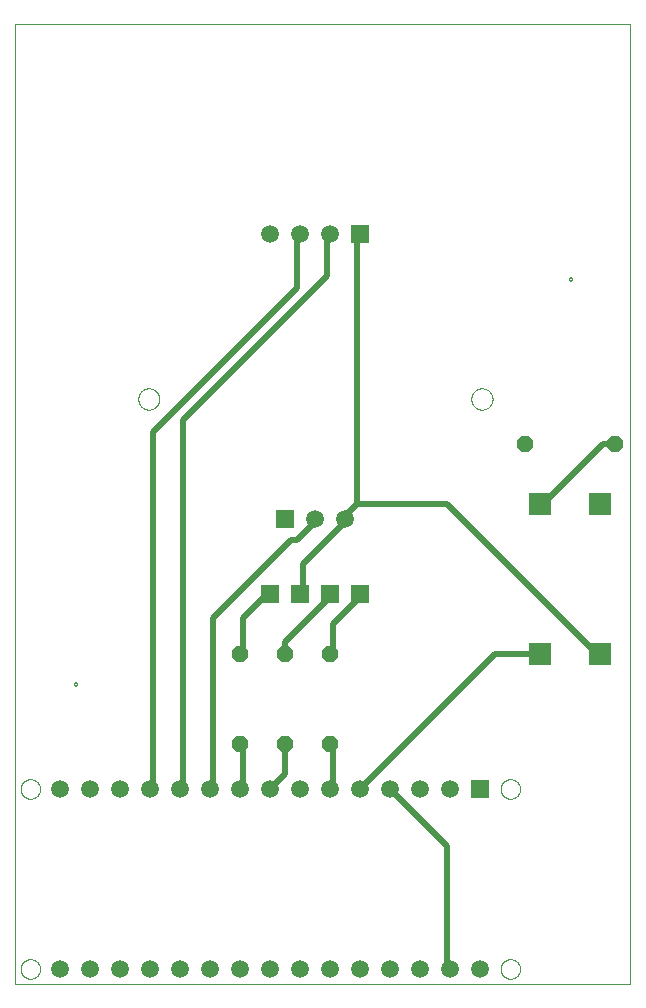
<source format=gtl>
G75*
%MOIN*%
%OFA0B0*%
%FSLAX25Y25*%
%IPPOS*%
%LPD*%
%AMOC8*
5,1,8,0,0,1.08239X$1,22.5*
%
%ADD10C,0.00000*%
%ADD11R,0.05937X0.05937*%
%ADD12C,0.05937*%
%ADD13OC8,0.05200*%
%ADD14R,0.07500X0.07500*%
%ADD15C,0.02000*%
D10*
X0037578Y0048933D02*
X0242578Y0048933D01*
X0242578Y0368933D01*
X0037617Y0368933D01*
X0037578Y0368894D02*
X0037578Y0048933D01*
X0039328Y0053933D02*
X0039330Y0054046D01*
X0039336Y0054160D01*
X0039346Y0054273D01*
X0039360Y0054385D01*
X0039377Y0054497D01*
X0039399Y0054609D01*
X0039425Y0054719D01*
X0039454Y0054829D01*
X0039487Y0054937D01*
X0039524Y0055045D01*
X0039565Y0055150D01*
X0039609Y0055255D01*
X0039657Y0055358D01*
X0039708Y0055459D01*
X0039763Y0055558D01*
X0039822Y0055655D01*
X0039884Y0055750D01*
X0039949Y0055843D01*
X0040017Y0055934D01*
X0040088Y0056022D01*
X0040163Y0056108D01*
X0040240Y0056191D01*
X0040320Y0056271D01*
X0040403Y0056348D01*
X0040489Y0056423D01*
X0040577Y0056494D01*
X0040668Y0056562D01*
X0040761Y0056627D01*
X0040856Y0056689D01*
X0040953Y0056748D01*
X0041052Y0056803D01*
X0041153Y0056854D01*
X0041256Y0056902D01*
X0041361Y0056946D01*
X0041466Y0056987D01*
X0041574Y0057024D01*
X0041682Y0057057D01*
X0041792Y0057086D01*
X0041902Y0057112D01*
X0042014Y0057134D01*
X0042126Y0057151D01*
X0042238Y0057165D01*
X0042351Y0057175D01*
X0042465Y0057181D01*
X0042578Y0057183D01*
X0042691Y0057181D01*
X0042805Y0057175D01*
X0042918Y0057165D01*
X0043030Y0057151D01*
X0043142Y0057134D01*
X0043254Y0057112D01*
X0043364Y0057086D01*
X0043474Y0057057D01*
X0043582Y0057024D01*
X0043690Y0056987D01*
X0043795Y0056946D01*
X0043900Y0056902D01*
X0044003Y0056854D01*
X0044104Y0056803D01*
X0044203Y0056748D01*
X0044300Y0056689D01*
X0044395Y0056627D01*
X0044488Y0056562D01*
X0044579Y0056494D01*
X0044667Y0056423D01*
X0044753Y0056348D01*
X0044836Y0056271D01*
X0044916Y0056191D01*
X0044993Y0056108D01*
X0045068Y0056022D01*
X0045139Y0055934D01*
X0045207Y0055843D01*
X0045272Y0055750D01*
X0045334Y0055655D01*
X0045393Y0055558D01*
X0045448Y0055459D01*
X0045499Y0055358D01*
X0045547Y0055255D01*
X0045591Y0055150D01*
X0045632Y0055045D01*
X0045669Y0054937D01*
X0045702Y0054829D01*
X0045731Y0054719D01*
X0045757Y0054609D01*
X0045779Y0054497D01*
X0045796Y0054385D01*
X0045810Y0054273D01*
X0045820Y0054160D01*
X0045826Y0054046D01*
X0045828Y0053933D01*
X0045826Y0053820D01*
X0045820Y0053706D01*
X0045810Y0053593D01*
X0045796Y0053481D01*
X0045779Y0053369D01*
X0045757Y0053257D01*
X0045731Y0053147D01*
X0045702Y0053037D01*
X0045669Y0052929D01*
X0045632Y0052821D01*
X0045591Y0052716D01*
X0045547Y0052611D01*
X0045499Y0052508D01*
X0045448Y0052407D01*
X0045393Y0052308D01*
X0045334Y0052211D01*
X0045272Y0052116D01*
X0045207Y0052023D01*
X0045139Y0051932D01*
X0045068Y0051844D01*
X0044993Y0051758D01*
X0044916Y0051675D01*
X0044836Y0051595D01*
X0044753Y0051518D01*
X0044667Y0051443D01*
X0044579Y0051372D01*
X0044488Y0051304D01*
X0044395Y0051239D01*
X0044300Y0051177D01*
X0044203Y0051118D01*
X0044104Y0051063D01*
X0044003Y0051012D01*
X0043900Y0050964D01*
X0043795Y0050920D01*
X0043690Y0050879D01*
X0043582Y0050842D01*
X0043474Y0050809D01*
X0043364Y0050780D01*
X0043254Y0050754D01*
X0043142Y0050732D01*
X0043030Y0050715D01*
X0042918Y0050701D01*
X0042805Y0050691D01*
X0042691Y0050685D01*
X0042578Y0050683D01*
X0042465Y0050685D01*
X0042351Y0050691D01*
X0042238Y0050701D01*
X0042126Y0050715D01*
X0042014Y0050732D01*
X0041902Y0050754D01*
X0041792Y0050780D01*
X0041682Y0050809D01*
X0041574Y0050842D01*
X0041466Y0050879D01*
X0041361Y0050920D01*
X0041256Y0050964D01*
X0041153Y0051012D01*
X0041052Y0051063D01*
X0040953Y0051118D01*
X0040856Y0051177D01*
X0040761Y0051239D01*
X0040668Y0051304D01*
X0040577Y0051372D01*
X0040489Y0051443D01*
X0040403Y0051518D01*
X0040320Y0051595D01*
X0040240Y0051675D01*
X0040163Y0051758D01*
X0040088Y0051844D01*
X0040017Y0051932D01*
X0039949Y0052023D01*
X0039884Y0052116D01*
X0039822Y0052211D01*
X0039763Y0052308D01*
X0039708Y0052407D01*
X0039657Y0052508D01*
X0039609Y0052611D01*
X0039565Y0052716D01*
X0039524Y0052821D01*
X0039487Y0052929D01*
X0039454Y0053037D01*
X0039425Y0053147D01*
X0039399Y0053257D01*
X0039377Y0053369D01*
X0039360Y0053481D01*
X0039346Y0053593D01*
X0039336Y0053706D01*
X0039330Y0053820D01*
X0039328Y0053933D01*
X0039328Y0113933D02*
X0039330Y0114046D01*
X0039336Y0114160D01*
X0039346Y0114273D01*
X0039360Y0114385D01*
X0039377Y0114497D01*
X0039399Y0114609D01*
X0039425Y0114719D01*
X0039454Y0114829D01*
X0039487Y0114937D01*
X0039524Y0115045D01*
X0039565Y0115150D01*
X0039609Y0115255D01*
X0039657Y0115358D01*
X0039708Y0115459D01*
X0039763Y0115558D01*
X0039822Y0115655D01*
X0039884Y0115750D01*
X0039949Y0115843D01*
X0040017Y0115934D01*
X0040088Y0116022D01*
X0040163Y0116108D01*
X0040240Y0116191D01*
X0040320Y0116271D01*
X0040403Y0116348D01*
X0040489Y0116423D01*
X0040577Y0116494D01*
X0040668Y0116562D01*
X0040761Y0116627D01*
X0040856Y0116689D01*
X0040953Y0116748D01*
X0041052Y0116803D01*
X0041153Y0116854D01*
X0041256Y0116902D01*
X0041361Y0116946D01*
X0041466Y0116987D01*
X0041574Y0117024D01*
X0041682Y0117057D01*
X0041792Y0117086D01*
X0041902Y0117112D01*
X0042014Y0117134D01*
X0042126Y0117151D01*
X0042238Y0117165D01*
X0042351Y0117175D01*
X0042465Y0117181D01*
X0042578Y0117183D01*
X0042691Y0117181D01*
X0042805Y0117175D01*
X0042918Y0117165D01*
X0043030Y0117151D01*
X0043142Y0117134D01*
X0043254Y0117112D01*
X0043364Y0117086D01*
X0043474Y0117057D01*
X0043582Y0117024D01*
X0043690Y0116987D01*
X0043795Y0116946D01*
X0043900Y0116902D01*
X0044003Y0116854D01*
X0044104Y0116803D01*
X0044203Y0116748D01*
X0044300Y0116689D01*
X0044395Y0116627D01*
X0044488Y0116562D01*
X0044579Y0116494D01*
X0044667Y0116423D01*
X0044753Y0116348D01*
X0044836Y0116271D01*
X0044916Y0116191D01*
X0044993Y0116108D01*
X0045068Y0116022D01*
X0045139Y0115934D01*
X0045207Y0115843D01*
X0045272Y0115750D01*
X0045334Y0115655D01*
X0045393Y0115558D01*
X0045448Y0115459D01*
X0045499Y0115358D01*
X0045547Y0115255D01*
X0045591Y0115150D01*
X0045632Y0115045D01*
X0045669Y0114937D01*
X0045702Y0114829D01*
X0045731Y0114719D01*
X0045757Y0114609D01*
X0045779Y0114497D01*
X0045796Y0114385D01*
X0045810Y0114273D01*
X0045820Y0114160D01*
X0045826Y0114046D01*
X0045828Y0113933D01*
X0045826Y0113820D01*
X0045820Y0113706D01*
X0045810Y0113593D01*
X0045796Y0113481D01*
X0045779Y0113369D01*
X0045757Y0113257D01*
X0045731Y0113147D01*
X0045702Y0113037D01*
X0045669Y0112929D01*
X0045632Y0112821D01*
X0045591Y0112716D01*
X0045547Y0112611D01*
X0045499Y0112508D01*
X0045448Y0112407D01*
X0045393Y0112308D01*
X0045334Y0112211D01*
X0045272Y0112116D01*
X0045207Y0112023D01*
X0045139Y0111932D01*
X0045068Y0111844D01*
X0044993Y0111758D01*
X0044916Y0111675D01*
X0044836Y0111595D01*
X0044753Y0111518D01*
X0044667Y0111443D01*
X0044579Y0111372D01*
X0044488Y0111304D01*
X0044395Y0111239D01*
X0044300Y0111177D01*
X0044203Y0111118D01*
X0044104Y0111063D01*
X0044003Y0111012D01*
X0043900Y0110964D01*
X0043795Y0110920D01*
X0043690Y0110879D01*
X0043582Y0110842D01*
X0043474Y0110809D01*
X0043364Y0110780D01*
X0043254Y0110754D01*
X0043142Y0110732D01*
X0043030Y0110715D01*
X0042918Y0110701D01*
X0042805Y0110691D01*
X0042691Y0110685D01*
X0042578Y0110683D01*
X0042465Y0110685D01*
X0042351Y0110691D01*
X0042238Y0110701D01*
X0042126Y0110715D01*
X0042014Y0110732D01*
X0041902Y0110754D01*
X0041792Y0110780D01*
X0041682Y0110809D01*
X0041574Y0110842D01*
X0041466Y0110879D01*
X0041361Y0110920D01*
X0041256Y0110964D01*
X0041153Y0111012D01*
X0041052Y0111063D01*
X0040953Y0111118D01*
X0040856Y0111177D01*
X0040761Y0111239D01*
X0040668Y0111304D01*
X0040577Y0111372D01*
X0040489Y0111443D01*
X0040403Y0111518D01*
X0040320Y0111595D01*
X0040240Y0111675D01*
X0040163Y0111758D01*
X0040088Y0111844D01*
X0040017Y0111932D01*
X0039949Y0112023D01*
X0039884Y0112116D01*
X0039822Y0112211D01*
X0039763Y0112308D01*
X0039708Y0112407D01*
X0039657Y0112508D01*
X0039609Y0112611D01*
X0039565Y0112716D01*
X0039524Y0112821D01*
X0039487Y0112929D01*
X0039454Y0113037D01*
X0039425Y0113147D01*
X0039399Y0113257D01*
X0039377Y0113369D01*
X0039360Y0113481D01*
X0039346Y0113593D01*
X0039336Y0113706D01*
X0039330Y0113820D01*
X0039328Y0113933D01*
X0057028Y0148933D02*
X0057030Y0148980D01*
X0057036Y0149026D01*
X0057046Y0149072D01*
X0057059Y0149116D01*
X0057077Y0149160D01*
X0057098Y0149201D01*
X0057122Y0149241D01*
X0057150Y0149279D01*
X0057181Y0149314D01*
X0057215Y0149346D01*
X0057251Y0149375D01*
X0057290Y0149401D01*
X0057330Y0149424D01*
X0057373Y0149443D01*
X0057417Y0149459D01*
X0057462Y0149471D01*
X0057508Y0149479D01*
X0057555Y0149483D01*
X0057601Y0149483D01*
X0057648Y0149479D01*
X0057694Y0149471D01*
X0057739Y0149459D01*
X0057783Y0149443D01*
X0057826Y0149424D01*
X0057866Y0149401D01*
X0057905Y0149375D01*
X0057941Y0149346D01*
X0057975Y0149314D01*
X0058006Y0149279D01*
X0058034Y0149241D01*
X0058058Y0149201D01*
X0058079Y0149160D01*
X0058097Y0149116D01*
X0058110Y0149072D01*
X0058120Y0149026D01*
X0058126Y0148980D01*
X0058128Y0148933D01*
X0058126Y0148886D01*
X0058120Y0148840D01*
X0058110Y0148794D01*
X0058097Y0148750D01*
X0058079Y0148706D01*
X0058058Y0148665D01*
X0058034Y0148625D01*
X0058006Y0148587D01*
X0057975Y0148552D01*
X0057941Y0148520D01*
X0057905Y0148491D01*
X0057866Y0148465D01*
X0057826Y0148442D01*
X0057783Y0148423D01*
X0057739Y0148407D01*
X0057694Y0148395D01*
X0057648Y0148387D01*
X0057601Y0148383D01*
X0057555Y0148383D01*
X0057508Y0148387D01*
X0057462Y0148395D01*
X0057417Y0148407D01*
X0057373Y0148423D01*
X0057330Y0148442D01*
X0057290Y0148465D01*
X0057251Y0148491D01*
X0057215Y0148520D01*
X0057181Y0148552D01*
X0057150Y0148587D01*
X0057122Y0148625D01*
X0057098Y0148665D01*
X0057077Y0148706D01*
X0057059Y0148750D01*
X0057046Y0148794D01*
X0057036Y0148840D01*
X0057030Y0148886D01*
X0057028Y0148933D01*
X0078523Y0243933D02*
X0078525Y0244051D01*
X0078531Y0244170D01*
X0078541Y0244288D01*
X0078555Y0244405D01*
X0078572Y0244522D01*
X0078594Y0244639D01*
X0078620Y0244754D01*
X0078649Y0244869D01*
X0078682Y0244983D01*
X0078719Y0245095D01*
X0078760Y0245206D01*
X0078804Y0245316D01*
X0078852Y0245424D01*
X0078904Y0245531D01*
X0078959Y0245636D01*
X0079018Y0245739D01*
X0079080Y0245839D01*
X0079145Y0245938D01*
X0079214Y0246035D01*
X0079285Y0246129D01*
X0079360Y0246220D01*
X0079438Y0246310D01*
X0079519Y0246396D01*
X0079603Y0246480D01*
X0079689Y0246561D01*
X0079779Y0246639D01*
X0079870Y0246714D01*
X0079964Y0246785D01*
X0080061Y0246854D01*
X0080160Y0246919D01*
X0080260Y0246981D01*
X0080363Y0247040D01*
X0080468Y0247095D01*
X0080575Y0247147D01*
X0080683Y0247195D01*
X0080793Y0247239D01*
X0080904Y0247280D01*
X0081016Y0247317D01*
X0081130Y0247350D01*
X0081245Y0247379D01*
X0081360Y0247405D01*
X0081477Y0247427D01*
X0081594Y0247444D01*
X0081711Y0247458D01*
X0081829Y0247468D01*
X0081948Y0247474D01*
X0082066Y0247476D01*
X0082184Y0247474D01*
X0082303Y0247468D01*
X0082421Y0247458D01*
X0082538Y0247444D01*
X0082655Y0247427D01*
X0082772Y0247405D01*
X0082887Y0247379D01*
X0083002Y0247350D01*
X0083116Y0247317D01*
X0083228Y0247280D01*
X0083339Y0247239D01*
X0083449Y0247195D01*
X0083557Y0247147D01*
X0083664Y0247095D01*
X0083769Y0247040D01*
X0083872Y0246981D01*
X0083972Y0246919D01*
X0084071Y0246854D01*
X0084168Y0246785D01*
X0084262Y0246714D01*
X0084353Y0246639D01*
X0084443Y0246561D01*
X0084529Y0246480D01*
X0084613Y0246396D01*
X0084694Y0246310D01*
X0084772Y0246220D01*
X0084847Y0246129D01*
X0084918Y0246035D01*
X0084987Y0245938D01*
X0085052Y0245839D01*
X0085114Y0245739D01*
X0085173Y0245636D01*
X0085228Y0245531D01*
X0085280Y0245424D01*
X0085328Y0245316D01*
X0085372Y0245206D01*
X0085413Y0245095D01*
X0085450Y0244983D01*
X0085483Y0244869D01*
X0085512Y0244754D01*
X0085538Y0244639D01*
X0085560Y0244522D01*
X0085577Y0244405D01*
X0085591Y0244288D01*
X0085601Y0244170D01*
X0085607Y0244051D01*
X0085609Y0243933D01*
X0085607Y0243815D01*
X0085601Y0243696D01*
X0085591Y0243578D01*
X0085577Y0243461D01*
X0085560Y0243344D01*
X0085538Y0243227D01*
X0085512Y0243112D01*
X0085483Y0242997D01*
X0085450Y0242883D01*
X0085413Y0242771D01*
X0085372Y0242660D01*
X0085328Y0242550D01*
X0085280Y0242442D01*
X0085228Y0242335D01*
X0085173Y0242230D01*
X0085114Y0242127D01*
X0085052Y0242027D01*
X0084987Y0241928D01*
X0084918Y0241831D01*
X0084847Y0241737D01*
X0084772Y0241646D01*
X0084694Y0241556D01*
X0084613Y0241470D01*
X0084529Y0241386D01*
X0084443Y0241305D01*
X0084353Y0241227D01*
X0084262Y0241152D01*
X0084168Y0241081D01*
X0084071Y0241012D01*
X0083972Y0240947D01*
X0083872Y0240885D01*
X0083769Y0240826D01*
X0083664Y0240771D01*
X0083557Y0240719D01*
X0083449Y0240671D01*
X0083339Y0240627D01*
X0083228Y0240586D01*
X0083116Y0240549D01*
X0083002Y0240516D01*
X0082887Y0240487D01*
X0082772Y0240461D01*
X0082655Y0240439D01*
X0082538Y0240422D01*
X0082421Y0240408D01*
X0082303Y0240398D01*
X0082184Y0240392D01*
X0082066Y0240390D01*
X0081948Y0240392D01*
X0081829Y0240398D01*
X0081711Y0240408D01*
X0081594Y0240422D01*
X0081477Y0240439D01*
X0081360Y0240461D01*
X0081245Y0240487D01*
X0081130Y0240516D01*
X0081016Y0240549D01*
X0080904Y0240586D01*
X0080793Y0240627D01*
X0080683Y0240671D01*
X0080575Y0240719D01*
X0080468Y0240771D01*
X0080363Y0240826D01*
X0080260Y0240885D01*
X0080160Y0240947D01*
X0080061Y0241012D01*
X0079964Y0241081D01*
X0079870Y0241152D01*
X0079779Y0241227D01*
X0079689Y0241305D01*
X0079603Y0241386D01*
X0079519Y0241470D01*
X0079438Y0241556D01*
X0079360Y0241646D01*
X0079285Y0241737D01*
X0079214Y0241831D01*
X0079145Y0241928D01*
X0079080Y0242027D01*
X0079018Y0242127D01*
X0078959Y0242230D01*
X0078904Y0242335D01*
X0078852Y0242442D01*
X0078804Y0242550D01*
X0078760Y0242660D01*
X0078719Y0242771D01*
X0078682Y0242883D01*
X0078649Y0242997D01*
X0078620Y0243112D01*
X0078594Y0243227D01*
X0078572Y0243344D01*
X0078555Y0243461D01*
X0078541Y0243578D01*
X0078531Y0243696D01*
X0078525Y0243815D01*
X0078523Y0243933D01*
X0189546Y0243933D02*
X0189548Y0244051D01*
X0189554Y0244170D01*
X0189564Y0244288D01*
X0189578Y0244405D01*
X0189595Y0244522D01*
X0189617Y0244639D01*
X0189643Y0244754D01*
X0189672Y0244869D01*
X0189705Y0244983D01*
X0189742Y0245095D01*
X0189783Y0245206D01*
X0189827Y0245316D01*
X0189875Y0245424D01*
X0189927Y0245531D01*
X0189982Y0245636D01*
X0190041Y0245739D01*
X0190103Y0245839D01*
X0190168Y0245938D01*
X0190237Y0246035D01*
X0190308Y0246129D01*
X0190383Y0246220D01*
X0190461Y0246310D01*
X0190542Y0246396D01*
X0190626Y0246480D01*
X0190712Y0246561D01*
X0190802Y0246639D01*
X0190893Y0246714D01*
X0190987Y0246785D01*
X0191084Y0246854D01*
X0191183Y0246919D01*
X0191283Y0246981D01*
X0191386Y0247040D01*
X0191491Y0247095D01*
X0191598Y0247147D01*
X0191706Y0247195D01*
X0191816Y0247239D01*
X0191927Y0247280D01*
X0192039Y0247317D01*
X0192153Y0247350D01*
X0192268Y0247379D01*
X0192383Y0247405D01*
X0192500Y0247427D01*
X0192617Y0247444D01*
X0192734Y0247458D01*
X0192852Y0247468D01*
X0192971Y0247474D01*
X0193089Y0247476D01*
X0193207Y0247474D01*
X0193326Y0247468D01*
X0193444Y0247458D01*
X0193561Y0247444D01*
X0193678Y0247427D01*
X0193795Y0247405D01*
X0193910Y0247379D01*
X0194025Y0247350D01*
X0194139Y0247317D01*
X0194251Y0247280D01*
X0194362Y0247239D01*
X0194472Y0247195D01*
X0194580Y0247147D01*
X0194687Y0247095D01*
X0194792Y0247040D01*
X0194895Y0246981D01*
X0194995Y0246919D01*
X0195094Y0246854D01*
X0195191Y0246785D01*
X0195285Y0246714D01*
X0195376Y0246639D01*
X0195466Y0246561D01*
X0195552Y0246480D01*
X0195636Y0246396D01*
X0195717Y0246310D01*
X0195795Y0246220D01*
X0195870Y0246129D01*
X0195941Y0246035D01*
X0196010Y0245938D01*
X0196075Y0245839D01*
X0196137Y0245739D01*
X0196196Y0245636D01*
X0196251Y0245531D01*
X0196303Y0245424D01*
X0196351Y0245316D01*
X0196395Y0245206D01*
X0196436Y0245095D01*
X0196473Y0244983D01*
X0196506Y0244869D01*
X0196535Y0244754D01*
X0196561Y0244639D01*
X0196583Y0244522D01*
X0196600Y0244405D01*
X0196614Y0244288D01*
X0196624Y0244170D01*
X0196630Y0244051D01*
X0196632Y0243933D01*
X0196630Y0243815D01*
X0196624Y0243696D01*
X0196614Y0243578D01*
X0196600Y0243461D01*
X0196583Y0243344D01*
X0196561Y0243227D01*
X0196535Y0243112D01*
X0196506Y0242997D01*
X0196473Y0242883D01*
X0196436Y0242771D01*
X0196395Y0242660D01*
X0196351Y0242550D01*
X0196303Y0242442D01*
X0196251Y0242335D01*
X0196196Y0242230D01*
X0196137Y0242127D01*
X0196075Y0242027D01*
X0196010Y0241928D01*
X0195941Y0241831D01*
X0195870Y0241737D01*
X0195795Y0241646D01*
X0195717Y0241556D01*
X0195636Y0241470D01*
X0195552Y0241386D01*
X0195466Y0241305D01*
X0195376Y0241227D01*
X0195285Y0241152D01*
X0195191Y0241081D01*
X0195094Y0241012D01*
X0194995Y0240947D01*
X0194895Y0240885D01*
X0194792Y0240826D01*
X0194687Y0240771D01*
X0194580Y0240719D01*
X0194472Y0240671D01*
X0194362Y0240627D01*
X0194251Y0240586D01*
X0194139Y0240549D01*
X0194025Y0240516D01*
X0193910Y0240487D01*
X0193795Y0240461D01*
X0193678Y0240439D01*
X0193561Y0240422D01*
X0193444Y0240408D01*
X0193326Y0240398D01*
X0193207Y0240392D01*
X0193089Y0240390D01*
X0192971Y0240392D01*
X0192852Y0240398D01*
X0192734Y0240408D01*
X0192617Y0240422D01*
X0192500Y0240439D01*
X0192383Y0240461D01*
X0192268Y0240487D01*
X0192153Y0240516D01*
X0192039Y0240549D01*
X0191927Y0240586D01*
X0191816Y0240627D01*
X0191706Y0240671D01*
X0191598Y0240719D01*
X0191491Y0240771D01*
X0191386Y0240826D01*
X0191283Y0240885D01*
X0191183Y0240947D01*
X0191084Y0241012D01*
X0190987Y0241081D01*
X0190893Y0241152D01*
X0190802Y0241227D01*
X0190712Y0241305D01*
X0190626Y0241386D01*
X0190542Y0241470D01*
X0190461Y0241556D01*
X0190383Y0241646D01*
X0190308Y0241737D01*
X0190237Y0241831D01*
X0190168Y0241928D01*
X0190103Y0242027D01*
X0190041Y0242127D01*
X0189982Y0242230D01*
X0189927Y0242335D01*
X0189875Y0242442D01*
X0189827Y0242550D01*
X0189783Y0242660D01*
X0189742Y0242771D01*
X0189705Y0242883D01*
X0189672Y0242997D01*
X0189643Y0243112D01*
X0189617Y0243227D01*
X0189595Y0243344D01*
X0189578Y0243461D01*
X0189564Y0243578D01*
X0189554Y0243696D01*
X0189548Y0243815D01*
X0189546Y0243933D01*
X0222028Y0283933D02*
X0222030Y0283980D01*
X0222036Y0284026D01*
X0222046Y0284072D01*
X0222059Y0284116D01*
X0222077Y0284160D01*
X0222098Y0284201D01*
X0222122Y0284241D01*
X0222150Y0284279D01*
X0222181Y0284314D01*
X0222215Y0284346D01*
X0222251Y0284375D01*
X0222290Y0284401D01*
X0222330Y0284424D01*
X0222373Y0284443D01*
X0222417Y0284459D01*
X0222462Y0284471D01*
X0222508Y0284479D01*
X0222555Y0284483D01*
X0222601Y0284483D01*
X0222648Y0284479D01*
X0222694Y0284471D01*
X0222739Y0284459D01*
X0222783Y0284443D01*
X0222826Y0284424D01*
X0222866Y0284401D01*
X0222905Y0284375D01*
X0222941Y0284346D01*
X0222975Y0284314D01*
X0223006Y0284279D01*
X0223034Y0284241D01*
X0223058Y0284201D01*
X0223079Y0284160D01*
X0223097Y0284116D01*
X0223110Y0284072D01*
X0223120Y0284026D01*
X0223126Y0283980D01*
X0223128Y0283933D01*
X0223126Y0283886D01*
X0223120Y0283840D01*
X0223110Y0283794D01*
X0223097Y0283750D01*
X0223079Y0283706D01*
X0223058Y0283665D01*
X0223034Y0283625D01*
X0223006Y0283587D01*
X0222975Y0283552D01*
X0222941Y0283520D01*
X0222905Y0283491D01*
X0222866Y0283465D01*
X0222826Y0283442D01*
X0222783Y0283423D01*
X0222739Y0283407D01*
X0222694Y0283395D01*
X0222648Y0283387D01*
X0222601Y0283383D01*
X0222555Y0283383D01*
X0222508Y0283387D01*
X0222462Y0283395D01*
X0222417Y0283407D01*
X0222373Y0283423D01*
X0222330Y0283442D01*
X0222290Y0283465D01*
X0222251Y0283491D01*
X0222215Y0283520D01*
X0222181Y0283552D01*
X0222150Y0283587D01*
X0222122Y0283625D01*
X0222098Y0283665D01*
X0222077Y0283706D01*
X0222059Y0283750D01*
X0222046Y0283794D01*
X0222036Y0283840D01*
X0222030Y0283886D01*
X0222028Y0283933D01*
X0199328Y0113933D02*
X0199330Y0114046D01*
X0199336Y0114160D01*
X0199346Y0114273D01*
X0199360Y0114385D01*
X0199377Y0114497D01*
X0199399Y0114609D01*
X0199425Y0114719D01*
X0199454Y0114829D01*
X0199487Y0114937D01*
X0199524Y0115045D01*
X0199565Y0115150D01*
X0199609Y0115255D01*
X0199657Y0115358D01*
X0199708Y0115459D01*
X0199763Y0115558D01*
X0199822Y0115655D01*
X0199884Y0115750D01*
X0199949Y0115843D01*
X0200017Y0115934D01*
X0200088Y0116022D01*
X0200163Y0116108D01*
X0200240Y0116191D01*
X0200320Y0116271D01*
X0200403Y0116348D01*
X0200489Y0116423D01*
X0200577Y0116494D01*
X0200668Y0116562D01*
X0200761Y0116627D01*
X0200856Y0116689D01*
X0200953Y0116748D01*
X0201052Y0116803D01*
X0201153Y0116854D01*
X0201256Y0116902D01*
X0201361Y0116946D01*
X0201466Y0116987D01*
X0201574Y0117024D01*
X0201682Y0117057D01*
X0201792Y0117086D01*
X0201902Y0117112D01*
X0202014Y0117134D01*
X0202126Y0117151D01*
X0202238Y0117165D01*
X0202351Y0117175D01*
X0202465Y0117181D01*
X0202578Y0117183D01*
X0202691Y0117181D01*
X0202805Y0117175D01*
X0202918Y0117165D01*
X0203030Y0117151D01*
X0203142Y0117134D01*
X0203254Y0117112D01*
X0203364Y0117086D01*
X0203474Y0117057D01*
X0203582Y0117024D01*
X0203690Y0116987D01*
X0203795Y0116946D01*
X0203900Y0116902D01*
X0204003Y0116854D01*
X0204104Y0116803D01*
X0204203Y0116748D01*
X0204300Y0116689D01*
X0204395Y0116627D01*
X0204488Y0116562D01*
X0204579Y0116494D01*
X0204667Y0116423D01*
X0204753Y0116348D01*
X0204836Y0116271D01*
X0204916Y0116191D01*
X0204993Y0116108D01*
X0205068Y0116022D01*
X0205139Y0115934D01*
X0205207Y0115843D01*
X0205272Y0115750D01*
X0205334Y0115655D01*
X0205393Y0115558D01*
X0205448Y0115459D01*
X0205499Y0115358D01*
X0205547Y0115255D01*
X0205591Y0115150D01*
X0205632Y0115045D01*
X0205669Y0114937D01*
X0205702Y0114829D01*
X0205731Y0114719D01*
X0205757Y0114609D01*
X0205779Y0114497D01*
X0205796Y0114385D01*
X0205810Y0114273D01*
X0205820Y0114160D01*
X0205826Y0114046D01*
X0205828Y0113933D01*
X0205826Y0113820D01*
X0205820Y0113706D01*
X0205810Y0113593D01*
X0205796Y0113481D01*
X0205779Y0113369D01*
X0205757Y0113257D01*
X0205731Y0113147D01*
X0205702Y0113037D01*
X0205669Y0112929D01*
X0205632Y0112821D01*
X0205591Y0112716D01*
X0205547Y0112611D01*
X0205499Y0112508D01*
X0205448Y0112407D01*
X0205393Y0112308D01*
X0205334Y0112211D01*
X0205272Y0112116D01*
X0205207Y0112023D01*
X0205139Y0111932D01*
X0205068Y0111844D01*
X0204993Y0111758D01*
X0204916Y0111675D01*
X0204836Y0111595D01*
X0204753Y0111518D01*
X0204667Y0111443D01*
X0204579Y0111372D01*
X0204488Y0111304D01*
X0204395Y0111239D01*
X0204300Y0111177D01*
X0204203Y0111118D01*
X0204104Y0111063D01*
X0204003Y0111012D01*
X0203900Y0110964D01*
X0203795Y0110920D01*
X0203690Y0110879D01*
X0203582Y0110842D01*
X0203474Y0110809D01*
X0203364Y0110780D01*
X0203254Y0110754D01*
X0203142Y0110732D01*
X0203030Y0110715D01*
X0202918Y0110701D01*
X0202805Y0110691D01*
X0202691Y0110685D01*
X0202578Y0110683D01*
X0202465Y0110685D01*
X0202351Y0110691D01*
X0202238Y0110701D01*
X0202126Y0110715D01*
X0202014Y0110732D01*
X0201902Y0110754D01*
X0201792Y0110780D01*
X0201682Y0110809D01*
X0201574Y0110842D01*
X0201466Y0110879D01*
X0201361Y0110920D01*
X0201256Y0110964D01*
X0201153Y0111012D01*
X0201052Y0111063D01*
X0200953Y0111118D01*
X0200856Y0111177D01*
X0200761Y0111239D01*
X0200668Y0111304D01*
X0200577Y0111372D01*
X0200489Y0111443D01*
X0200403Y0111518D01*
X0200320Y0111595D01*
X0200240Y0111675D01*
X0200163Y0111758D01*
X0200088Y0111844D01*
X0200017Y0111932D01*
X0199949Y0112023D01*
X0199884Y0112116D01*
X0199822Y0112211D01*
X0199763Y0112308D01*
X0199708Y0112407D01*
X0199657Y0112508D01*
X0199609Y0112611D01*
X0199565Y0112716D01*
X0199524Y0112821D01*
X0199487Y0112929D01*
X0199454Y0113037D01*
X0199425Y0113147D01*
X0199399Y0113257D01*
X0199377Y0113369D01*
X0199360Y0113481D01*
X0199346Y0113593D01*
X0199336Y0113706D01*
X0199330Y0113820D01*
X0199328Y0113933D01*
X0199328Y0053933D02*
X0199330Y0054046D01*
X0199336Y0054160D01*
X0199346Y0054273D01*
X0199360Y0054385D01*
X0199377Y0054497D01*
X0199399Y0054609D01*
X0199425Y0054719D01*
X0199454Y0054829D01*
X0199487Y0054937D01*
X0199524Y0055045D01*
X0199565Y0055150D01*
X0199609Y0055255D01*
X0199657Y0055358D01*
X0199708Y0055459D01*
X0199763Y0055558D01*
X0199822Y0055655D01*
X0199884Y0055750D01*
X0199949Y0055843D01*
X0200017Y0055934D01*
X0200088Y0056022D01*
X0200163Y0056108D01*
X0200240Y0056191D01*
X0200320Y0056271D01*
X0200403Y0056348D01*
X0200489Y0056423D01*
X0200577Y0056494D01*
X0200668Y0056562D01*
X0200761Y0056627D01*
X0200856Y0056689D01*
X0200953Y0056748D01*
X0201052Y0056803D01*
X0201153Y0056854D01*
X0201256Y0056902D01*
X0201361Y0056946D01*
X0201466Y0056987D01*
X0201574Y0057024D01*
X0201682Y0057057D01*
X0201792Y0057086D01*
X0201902Y0057112D01*
X0202014Y0057134D01*
X0202126Y0057151D01*
X0202238Y0057165D01*
X0202351Y0057175D01*
X0202465Y0057181D01*
X0202578Y0057183D01*
X0202691Y0057181D01*
X0202805Y0057175D01*
X0202918Y0057165D01*
X0203030Y0057151D01*
X0203142Y0057134D01*
X0203254Y0057112D01*
X0203364Y0057086D01*
X0203474Y0057057D01*
X0203582Y0057024D01*
X0203690Y0056987D01*
X0203795Y0056946D01*
X0203900Y0056902D01*
X0204003Y0056854D01*
X0204104Y0056803D01*
X0204203Y0056748D01*
X0204300Y0056689D01*
X0204395Y0056627D01*
X0204488Y0056562D01*
X0204579Y0056494D01*
X0204667Y0056423D01*
X0204753Y0056348D01*
X0204836Y0056271D01*
X0204916Y0056191D01*
X0204993Y0056108D01*
X0205068Y0056022D01*
X0205139Y0055934D01*
X0205207Y0055843D01*
X0205272Y0055750D01*
X0205334Y0055655D01*
X0205393Y0055558D01*
X0205448Y0055459D01*
X0205499Y0055358D01*
X0205547Y0055255D01*
X0205591Y0055150D01*
X0205632Y0055045D01*
X0205669Y0054937D01*
X0205702Y0054829D01*
X0205731Y0054719D01*
X0205757Y0054609D01*
X0205779Y0054497D01*
X0205796Y0054385D01*
X0205810Y0054273D01*
X0205820Y0054160D01*
X0205826Y0054046D01*
X0205828Y0053933D01*
X0205826Y0053820D01*
X0205820Y0053706D01*
X0205810Y0053593D01*
X0205796Y0053481D01*
X0205779Y0053369D01*
X0205757Y0053257D01*
X0205731Y0053147D01*
X0205702Y0053037D01*
X0205669Y0052929D01*
X0205632Y0052821D01*
X0205591Y0052716D01*
X0205547Y0052611D01*
X0205499Y0052508D01*
X0205448Y0052407D01*
X0205393Y0052308D01*
X0205334Y0052211D01*
X0205272Y0052116D01*
X0205207Y0052023D01*
X0205139Y0051932D01*
X0205068Y0051844D01*
X0204993Y0051758D01*
X0204916Y0051675D01*
X0204836Y0051595D01*
X0204753Y0051518D01*
X0204667Y0051443D01*
X0204579Y0051372D01*
X0204488Y0051304D01*
X0204395Y0051239D01*
X0204300Y0051177D01*
X0204203Y0051118D01*
X0204104Y0051063D01*
X0204003Y0051012D01*
X0203900Y0050964D01*
X0203795Y0050920D01*
X0203690Y0050879D01*
X0203582Y0050842D01*
X0203474Y0050809D01*
X0203364Y0050780D01*
X0203254Y0050754D01*
X0203142Y0050732D01*
X0203030Y0050715D01*
X0202918Y0050701D01*
X0202805Y0050691D01*
X0202691Y0050685D01*
X0202578Y0050683D01*
X0202465Y0050685D01*
X0202351Y0050691D01*
X0202238Y0050701D01*
X0202126Y0050715D01*
X0202014Y0050732D01*
X0201902Y0050754D01*
X0201792Y0050780D01*
X0201682Y0050809D01*
X0201574Y0050842D01*
X0201466Y0050879D01*
X0201361Y0050920D01*
X0201256Y0050964D01*
X0201153Y0051012D01*
X0201052Y0051063D01*
X0200953Y0051118D01*
X0200856Y0051177D01*
X0200761Y0051239D01*
X0200668Y0051304D01*
X0200577Y0051372D01*
X0200489Y0051443D01*
X0200403Y0051518D01*
X0200320Y0051595D01*
X0200240Y0051675D01*
X0200163Y0051758D01*
X0200088Y0051844D01*
X0200017Y0051932D01*
X0199949Y0052023D01*
X0199884Y0052116D01*
X0199822Y0052211D01*
X0199763Y0052308D01*
X0199708Y0052407D01*
X0199657Y0052508D01*
X0199609Y0052611D01*
X0199565Y0052716D01*
X0199524Y0052821D01*
X0199487Y0052929D01*
X0199454Y0053037D01*
X0199425Y0053147D01*
X0199399Y0053257D01*
X0199377Y0053369D01*
X0199360Y0053481D01*
X0199346Y0053593D01*
X0199336Y0053706D01*
X0199330Y0053820D01*
X0199328Y0053933D01*
D11*
X0192578Y0113933D03*
X0152578Y0178933D03*
X0142578Y0178933D03*
X0132578Y0178933D03*
X0122578Y0178933D03*
X0127578Y0203933D03*
X0152578Y0298933D03*
D12*
X0142578Y0298933D03*
X0132578Y0298933D03*
X0122578Y0298933D03*
X0137578Y0203933D03*
X0147578Y0203933D03*
X0152578Y0113933D03*
X0162578Y0113933D03*
X0172578Y0113933D03*
X0182578Y0113933D03*
X0142578Y0113933D03*
X0132578Y0113933D03*
X0122578Y0113933D03*
X0112578Y0113933D03*
X0102578Y0113933D03*
X0092578Y0113933D03*
X0082578Y0113933D03*
X0072578Y0113933D03*
X0062578Y0113933D03*
X0052578Y0113933D03*
X0052578Y0053933D03*
X0062578Y0053933D03*
X0072578Y0053933D03*
X0082578Y0053933D03*
X0092578Y0053933D03*
X0102578Y0053933D03*
X0112578Y0053933D03*
X0122578Y0053933D03*
X0132578Y0053933D03*
X0142578Y0053933D03*
X0152578Y0053933D03*
X0162578Y0053933D03*
X0172578Y0053933D03*
X0182578Y0053933D03*
X0192578Y0053933D03*
D13*
X0142578Y0128933D03*
X0127578Y0128933D03*
X0112578Y0128933D03*
X0112578Y0158933D03*
X0127578Y0158933D03*
X0142578Y0158933D03*
X0207578Y0228933D03*
X0237578Y0228933D03*
D14*
X0232578Y0208933D03*
X0212578Y0208933D03*
X0212578Y0158933D03*
X0232578Y0158933D03*
D15*
X0231578Y0158933D01*
X0181578Y0208933D01*
X0151578Y0208933D01*
X0147578Y0204933D01*
X0147578Y0203933D01*
X0147578Y0202933D01*
X0133578Y0188933D01*
X0133578Y0178933D01*
X0132578Y0178933D01*
X0142578Y0178933D02*
X0143578Y0178933D01*
X0127578Y0162933D01*
X0127578Y0158933D01*
X0113578Y0158933D02*
X0112578Y0158933D01*
X0113578Y0158933D02*
X0113578Y0170933D01*
X0121578Y0178933D01*
X0122578Y0178933D01*
X0129578Y0196933D02*
X0131578Y0196933D01*
X0137578Y0202933D01*
X0137578Y0203933D01*
X0129578Y0196933D02*
X0103578Y0170933D01*
X0103578Y0114933D01*
X0102578Y0113933D01*
X0093578Y0114933D02*
X0092578Y0113933D01*
X0093578Y0114933D02*
X0093578Y0236933D01*
X0141578Y0284933D01*
X0141578Y0298933D01*
X0142578Y0298933D01*
X0151578Y0298933D02*
X0152578Y0298933D01*
X0151578Y0298933D02*
X0151578Y0208933D01*
X0152578Y0178933D02*
X0153578Y0178933D01*
X0143578Y0168933D01*
X0143578Y0158933D01*
X0142578Y0158933D01*
X0142578Y0128933D02*
X0143578Y0128933D01*
X0143578Y0114933D01*
X0142578Y0113933D01*
X0152578Y0113933D02*
X0197578Y0158933D01*
X0212578Y0158933D01*
X0212578Y0208933D02*
X0213578Y0208933D01*
X0233578Y0228933D01*
X0237578Y0228933D01*
X0162578Y0113933D02*
X0181578Y0094933D01*
X0181578Y0054933D01*
X0182578Y0053933D01*
X0122578Y0113933D02*
X0127578Y0118933D01*
X0127578Y0128933D01*
X0113578Y0128933D02*
X0113578Y0114933D01*
X0112578Y0113933D01*
X0112578Y0128933D02*
X0113578Y0128933D01*
X0083578Y0114933D02*
X0082578Y0113933D01*
X0083578Y0114933D02*
X0083578Y0232933D01*
X0131578Y0280933D01*
X0131578Y0298933D01*
X0132578Y0298933D01*
M02*

</source>
